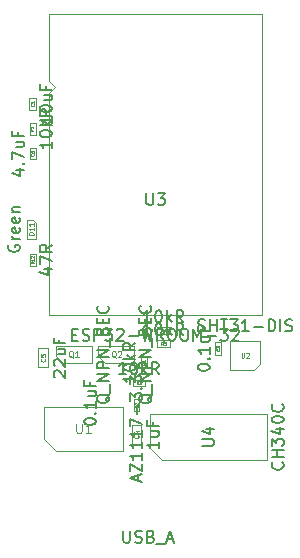
<source format=gbr>
G04 #@! TF.GenerationSoftware,KiCad,Pcbnew,(5.1.9)-1*
G04 #@! TF.CreationDate,2021-06-19T22:19:12+01:00*
G04 #@! TF.ProjectId,temp_sensor,74656d70-5f73-4656-9e73-6f722e6b6963,rev?*
G04 #@! TF.SameCoordinates,Original*
G04 #@! TF.FileFunction,Other,Fab,Top*
%FSLAX46Y46*%
G04 Gerber Fmt 4.6, Leading zero omitted, Abs format (unit mm)*
G04 Created by KiCad (PCBNEW (5.1.9)-1) date 2021-06-19 22:19:12*
%MOMM*%
%LPD*%
G01*
G04 APERTURE LIST*
%ADD10C,0.100000*%
%ADD11C,0.150000*%
%ADD12C,0.040000*%
%ADD13C,0.060000*%
%ADD14C,0.120000*%
%ADD15C,0.075000*%
G04 APERTURE END LIST*
D10*
X60575000Y-62830000D02*
X61625000Y-62830000D01*
X60575000Y-63370000D02*
X60575000Y-62830000D01*
X61625000Y-63370000D02*
X60575000Y-63370000D01*
X61625000Y-62830000D02*
X61625000Y-63370000D01*
X60575000Y-61730000D02*
X61625000Y-61730000D01*
X60575000Y-62270000D02*
X60575000Y-61730000D01*
X61625000Y-62270000D02*
X60575000Y-62270000D01*
X61625000Y-61730000D02*
X61625000Y-62270000D01*
X65430000Y-64025000D02*
X65430000Y-62975000D01*
X65970000Y-64025000D02*
X65430000Y-64025000D01*
X65970000Y-62975000D02*
X65970000Y-64025000D01*
X65430000Y-62975000D02*
X65970000Y-62975000D01*
X51300000Y-63500000D02*
X51300000Y-65100000D01*
X50500000Y-63500000D02*
X51300000Y-63500000D01*
X50500000Y-65100000D02*
X50500000Y-63500000D01*
X51300000Y-65100000D02*
X50500000Y-65100000D01*
X50270000Y-42275000D02*
X50270000Y-43325000D01*
X49730000Y-42275000D02*
X50270000Y-42275000D01*
X49730000Y-43325000D02*
X49730000Y-42275000D01*
X50270000Y-43325000D02*
X49730000Y-43325000D01*
X60925000Y-72950000D02*
X59950000Y-71975000D01*
X69850000Y-72950000D02*
X60925000Y-72950000D01*
X69850000Y-69050000D02*
X69850000Y-72950000D01*
X59950000Y-69050000D02*
X69850000Y-69050000D01*
X59950000Y-71975000D02*
X59950000Y-69050000D01*
X68750000Y-65350000D02*
X66750000Y-65350000D01*
X66750000Y-65350000D02*
X66750000Y-62850000D01*
X66750000Y-62850000D02*
X69250000Y-62850000D01*
X69250000Y-62850000D02*
X69250000Y-64850000D01*
X69250000Y-64850000D02*
X68750000Y-65350000D01*
X50250000Y-55500000D02*
X50250000Y-56500000D01*
X49750000Y-55500000D02*
X50250000Y-55500000D01*
X49750000Y-56500000D02*
X49750000Y-55500000D01*
X50250000Y-56500000D02*
X49750000Y-56500000D01*
X49500000Y-54200000D02*
X50300000Y-54200000D01*
X49500000Y-52600000D02*
X49500000Y-54200000D01*
X50000000Y-52600000D02*
X49500000Y-52600000D01*
X50300000Y-52900000D02*
X50000000Y-52600000D01*
X50300000Y-54200000D02*
X50300000Y-52900000D01*
X51400000Y-41880000D02*
X51900000Y-41380000D01*
X51900000Y-41380000D02*
X51400000Y-40880000D01*
X51400000Y-41880000D02*
X51400000Y-60660000D01*
X51400000Y-35155000D02*
X69400000Y-35155000D01*
X51400000Y-35155000D02*
X51400000Y-40880000D01*
X51400000Y-60660000D02*
X69400000Y-60660000D01*
X69400000Y-60660000D02*
X69400000Y-35155000D01*
X50950000Y-68450000D02*
X57650000Y-68450000D01*
X57650000Y-72150000D02*
X57650000Y-68450000D01*
X50950000Y-71150000D02*
X50950000Y-68450000D01*
X51950000Y-72150000D02*
X57650000Y-72150000D01*
X51950000Y-72150000D02*
X50950000Y-71150000D01*
X50250000Y-44400000D02*
X50250000Y-45400000D01*
X49750000Y-44400000D02*
X50250000Y-44400000D01*
X49750000Y-45400000D02*
X49750000Y-44400000D01*
X50250000Y-45400000D02*
X49750000Y-45400000D01*
X58500000Y-66150000D02*
X59500000Y-66150000D01*
X58500000Y-66650000D02*
X58500000Y-66150000D01*
X59500000Y-66650000D02*
X58500000Y-66650000D01*
X59500000Y-66150000D02*
X59500000Y-66650000D01*
X59150000Y-65200000D02*
X59150000Y-64200000D01*
X59650000Y-65200000D02*
X59150000Y-65200000D01*
X59650000Y-64200000D02*
X59650000Y-65200000D01*
X59150000Y-64200000D02*
X59650000Y-64200000D01*
X58620000Y-64700000D02*
X58620000Y-63300000D01*
X55580000Y-63300000D02*
X58620000Y-63300000D01*
X56150000Y-64700000D02*
X55580000Y-64150000D01*
X55580000Y-64150000D02*
X55580000Y-63300000D01*
X56150000Y-64700000D02*
X58600000Y-64700000D01*
X55020000Y-64700000D02*
X55020000Y-63300000D01*
X51980000Y-63300000D02*
X55020000Y-63300000D01*
X52550000Y-64700000D02*
X51980000Y-64150000D01*
X51980000Y-64150000D02*
X51980000Y-63300000D01*
X52550000Y-64700000D02*
X55000000Y-64700000D01*
X49750000Y-47500000D02*
X49750000Y-46500000D01*
X50250000Y-47500000D02*
X49750000Y-47500000D01*
X50250000Y-46500000D02*
X50250000Y-47500000D01*
X49750000Y-46500000D02*
X50250000Y-46500000D01*
X59200000Y-70000000D02*
X59200000Y-71600000D01*
X58400000Y-70000000D02*
X59200000Y-70000000D01*
X58400000Y-71600000D02*
X58400000Y-70000000D01*
X59200000Y-71600000D02*
X58400000Y-71600000D01*
X58550000Y-68800000D02*
X58550000Y-67800000D01*
X59050000Y-68800000D02*
X58550000Y-68800000D01*
X59050000Y-67800000D02*
X59050000Y-68800000D01*
X58550000Y-67800000D02*
X59050000Y-67800000D01*
D11*
X60004761Y-62382380D02*
X59433333Y-62382380D01*
X59719047Y-62382380D02*
X59719047Y-61382380D01*
X59623809Y-61525238D01*
X59528571Y-61620476D01*
X59433333Y-61668095D01*
X60623809Y-61382380D02*
X60719047Y-61382380D01*
X60814285Y-61430000D01*
X60861904Y-61477619D01*
X60909523Y-61572857D01*
X60957142Y-61763333D01*
X60957142Y-62001428D01*
X60909523Y-62191904D01*
X60861904Y-62287142D01*
X60814285Y-62334761D01*
X60719047Y-62382380D01*
X60623809Y-62382380D01*
X60528571Y-62334761D01*
X60480952Y-62287142D01*
X60433333Y-62191904D01*
X60385714Y-62001428D01*
X60385714Y-61763333D01*
X60433333Y-61572857D01*
X60480952Y-61477619D01*
X60528571Y-61430000D01*
X60623809Y-61382380D01*
X61385714Y-62382380D02*
X61385714Y-61382380D01*
X61480952Y-62001428D02*
X61766666Y-62382380D01*
X61766666Y-61715714D02*
X61385714Y-62096666D01*
X62766666Y-62382380D02*
X62433333Y-61906190D01*
X62195238Y-62382380D02*
X62195238Y-61382380D01*
X62576190Y-61382380D01*
X62671428Y-61430000D01*
X62719047Y-61477619D01*
X62766666Y-61572857D01*
X62766666Y-61715714D01*
X62719047Y-61810952D01*
X62671428Y-61858571D01*
X62576190Y-61906190D01*
X62195238Y-61906190D01*
D12*
X61056666Y-63217619D02*
X60970000Y-63093809D01*
X60908095Y-63217619D02*
X60908095Y-62957619D01*
X61007142Y-62957619D01*
X61031904Y-62970000D01*
X61044285Y-62982380D01*
X61056666Y-63007142D01*
X61056666Y-63044285D01*
X61044285Y-63069047D01*
X61031904Y-63081428D01*
X61007142Y-63093809D01*
X60908095Y-63093809D01*
X61291904Y-62957619D02*
X61168095Y-62957619D01*
X61155714Y-63081428D01*
X61168095Y-63069047D01*
X61192857Y-63056666D01*
X61254761Y-63056666D01*
X61279523Y-63069047D01*
X61291904Y-63081428D01*
X61304285Y-63106190D01*
X61304285Y-63168095D01*
X61291904Y-63192857D01*
X61279523Y-63205238D01*
X61254761Y-63217619D01*
X61192857Y-63217619D01*
X61168095Y-63205238D01*
X61155714Y-63192857D01*
D11*
X60004761Y-61282380D02*
X59433333Y-61282380D01*
X59719047Y-61282380D02*
X59719047Y-60282380D01*
X59623809Y-60425238D01*
X59528571Y-60520476D01*
X59433333Y-60568095D01*
X60623809Y-60282380D02*
X60719047Y-60282380D01*
X60814285Y-60330000D01*
X60861904Y-60377619D01*
X60909523Y-60472857D01*
X60957142Y-60663333D01*
X60957142Y-60901428D01*
X60909523Y-61091904D01*
X60861904Y-61187142D01*
X60814285Y-61234761D01*
X60719047Y-61282380D01*
X60623809Y-61282380D01*
X60528571Y-61234761D01*
X60480952Y-61187142D01*
X60433333Y-61091904D01*
X60385714Y-60901428D01*
X60385714Y-60663333D01*
X60433333Y-60472857D01*
X60480952Y-60377619D01*
X60528571Y-60330000D01*
X60623809Y-60282380D01*
X61385714Y-61282380D02*
X61385714Y-60282380D01*
X61480952Y-60901428D02*
X61766666Y-61282380D01*
X61766666Y-60615714D02*
X61385714Y-60996666D01*
X62766666Y-61282380D02*
X62433333Y-60806190D01*
X62195238Y-61282380D02*
X62195238Y-60282380D01*
X62576190Y-60282380D01*
X62671428Y-60330000D01*
X62719047Y-60377619D01*
X62766666Y-60472857D01*
X62766666Y-60615714D01*
X62719047Y-60710952D01*
X62671428Y-60758571D01*
X62576190Y-60806190D01*
X62195238Y-60806190D01*
D12*
X61056666Y-62117619D02*
X60970000Y-61993809D01*
X60908095Y-62117619D02*
X60908095Y-61857619D01*
X61007142Y-61857619D01*
X61031904Y-61870000D01*
X61044285Y-61882380D01*
X61056666Y-61907142D01*
X61056666Y-61944285D01*
X61044285Y-61969047D01*
X61031904Y-61981428D01*
X61007142Y-61993809D01*
X60908095Y-61993809D01*
X61279523Y-61944285D02*
X61279523Y-62117619D01*
X61217619Y-61845238D02*
X61155714Y-62030952D01*
X61316666Y-62030952D01*
D11*
X63982380Y-65142857D02*
X63982380Y-65047619D01*
X64030000Y-64952380D01*
X64077619Y-64904761D01*
X64172857Y-64857142D01*
X64363333Y-64809523D01*
X64601428Y-64809523D01*
X64791904Y-64857142D01*
X64887142Y-64904761D01*
X64934761Y-64952380D01*
X64982380Y-65047619D01*
X64982380Y-65142857D01*
X64934761Y-65238095D01*
X64887142Y-65285714D01*
X64791904Y-65333333D01*
X64601428Y-65380952D01*
X64363333Y-65380952D01*
X64172857Y-65333333D01*
X64077619Y-65285714D01*
X64030000Y-65238095D01*
X63982380Y-65142857D01*
X64887142Y-64380952D02*
X64934761Y-64333333D01*
X64982380Y-64380952D01*
X64934761Y-64428571D01*
X64887142Y-64380952D01*
X64982380Y-64380952D01*
X64982380Y-63380952D02*
X64982380Y-63952380D01*
X64982380Y-63666666D02*
X63982380Y-63666666D01*
X64125238Y-63761904D01*
X64220476Y-63857142D01*
X64268095Y-63952380D01*
X64315714Y-62523809D02*
X64982380Y-62523809D01*
X64315714Y-62952380D02*
X64839523Y-62952380D01*
X64934761Y-62904761D01*
X64982380Y-62809523D01*
X64982380Y-62666666D01*
X64934761Y-62571428D01*
X64887142Y-62523809D01*
X64458571Y-61714285D02*
X64458571Y-62047619D01*
X64982380Y-62047619D02*
X63982380Y-62047619D01*
X63982380Y-61571428D01*
D12*
X65792857Y-63543333D02*
X65805238Y-63555714D01*
X65817619Y-63592857D01*
X65817619Y-63617619D01*
X65805238Y-63654761D01*
X65780476Y-63679523D01*
X65755714Y-63691904D01*
X65706190Y-63704285D01*
X65669047Y-63704285D01*
X65619523Y-63691904D01*
X65594761Y-63679523D01*
X65570000Y-63654761D01*
X65557619Y-63617619D01*
X65557619Y-63592857D01*
X65570000Y-63555714D01*
X65582380Y-63543333D01*
X65557619Y-63456666D02*
X65557619Y-63295714D01*
X65656666Y-63382380D01*
X65656666Y-63345238D01*
X65669047Y-63320476D01*
X65681428Y-63308095D01*
X65706190Y-63295714D01*
X65768095Y-63295714D01*
X65792857Y-63308095D01*
X65805238Y-63320476D01*
X65817619Y-63345238D01*
X65817619Y-63419523D01*
X65805238Y-63444285D01*
X65792857Y-63456666D01*
D11*
X51877619Y-65942857D02*
X51830000Y-65895238D01*
X51782380Y-65800000D01*
X51782380Y-65561904D01*
X51830000Y-65466666D01*
X51877619Y-65419047D01*
X51972857Y-65371428D01*
X52068095Y-65371428D01*
X52210952Y-65419047D01*
X52782380Y-65990476D01*
X52782380Y-65371428D01*
X51877619Y-64990476D02*
X51830000Y-64942857D01*
X51782380Y-64847619D01*
X51782380Y-64609523D01*
X51830000Y-64514285D01*
X51877619Y-64466666D01*
X51972857Y-64419047D01*
X52068095Y-64419047D01*
X52210952Y-64466666D01*
X52782380Y-65038095D01*
X52782380Y-64419047D01*
X52115714Y-63561904D02*
X52782380Y-63561904D01*
X52115714Y-63990476D02*
X52639523Y-63990476D01*
X52734761Y-63942857D01*
X52782380Y-63847619D01*
X52782380Y-63704761D01*
X52734761Y-63609523D01*
X52687142Y-63561904D01*
X52258571Y-62752380D02*
X52258571Y-63085714D01*
X52782380Y-63085714D02*
X51782380Y-63085714D01*
X51782380Y-62609523D01*
D13*
X51042857Y-64366666D02*
X51061904Y-64385714D01*
X51080952Y-64442857D01*
X51080952Y-64480952D01*
X51061904Y-64538095D01*
X51023809Y-64576190D01*
X50985714Y-64595238D01*
X50909523Y-64614285D01*
X50852380Y-64614285D01*
X50776190Y-64595238D01*
X50738095Y-64576190D01*
X50700000Y-64538095D01*
X50680952Y-64480952D01*
X50680952Y-64442857D01*
X50700000Y-64385714D01*
X50719047Y-64366666D01*
X50680952Y-64004761D02*
X50680952Y-64195238D01*
X50871428Y-64214285D01*
X50852380Y-64195238D01*
X50833333Y-64157142D01*
X50833333Y-64061904D01*
X50852380Y-64023809D01*
X50871428Y-64004761D01*
X50909523Y-63985714D01*
X51004761Y-63985714D01*
X51042857Y-64004761D01*
X51061904Y-64023809D01*
X51080952Y-64061904D01*
X51080952Y-64157142D01*
X51061904Y-64195238D01*
X51042857Y-64214285D01*
D11*
X51622380Y-43871428D02*
X51622380Y-44442857D01*
X51622380Y-44157142D02*
X50622380Y-44157142D01*
X50765238Y-44252380D01*
X50860476Y-44347619D01*
X50908095Y-44442857D01*
X50622380Y-43252380D02*
X50622380Y-43157142D01*
X50670000Y-43061904D01*
X50717619Y-43014285D01*
X50812857Y-42966666D01*
X51003333Y-42919047D01*
X51241428Y-42919047D01*
X51431904Y-42966666D01*
X51527142Y-43014285D01*
X51574761Y-43061904D01*
X51622380Y-43157142D01*
X51622380Y-43252380D01*
X51574761Y-43347619D01*
X51527142Y-43395238D01*
X51431904Y-43442857D01*
X51241428Y-43490476D01*
X51003333Y-43490476D01*
X50812857Y-43442857D01*
X50717619Y-43395238D01*
X50670000Y-43347619D01*
X50622380Y-43252380D01*
X50955714Y-42061904D02*
X51622380Y-42061904D01*
X50955714Y-42490476D02*
X51479523Y-42490476D01*
X51574761Y-42442857D01*
X51622380Y-42347619D01*
X51622380Y-42204761D01*
X51574761Y-42109523D01*
X51527142Y-42061904D01*
X51098571Y-41252380D02*
X51098571Y-41585714D01*
X51622380Y-41585714D02*
X50622380Y-41585714D01*
X50622380Y-41109523D01*
D12*
X50092857Y-42843333D02*
X50105238Y-42855714D01*
X50117619Y-42892857D01*
X50117619Y-42917619D01*
X50105238Y-42954761D01*
X50080476Y-42979523D01*
X50055714Y-42991904D01*
X50006190Y-43004285D01*
X49969047Y-43004285D01*
X49919523Y-42991904D01*
X49894761Y-42979523D01*
X49870000Y-42954761D01*
X49857619Y-42917619D01*
X49857619Y-42892857D01*
X49870000Y-42855714D01*
X49882380Y-42843333D01*
X50117619Y-42595714D02*
X50117619Y-42744285D01*
X50117619Y-42670000D02*
X49857619Y-42670000D01*
X49894761Y-42694761D01*
X49919523Y-42719523D01*
X49931904Y-42744285D01*
D11*
X71157142Y-73142857D02*
X71204761Y-73190476D01*
X71252380Y-73333333D01*
X71252380Y-73428571D01*
X71204761Y-73571428D01*
X71109523Y-73666666D01*
X71014285Y-73714285D01*
X70823809Y-73761904D01*
X70680952Y-73761904D01*
X70490476Y-73714285D01*
X70395238Y-73666666D01*
X70300000Y-73571428D01*
X70252380Y-73428571D01*
X70252380Y-73333333D01*
X70300000Y-73190476D01*
X70347619Y-73142857D01*
X71252380Y-72714285D02*
X70252380Y-72714285D01*
X70728571Y-72714285D02*
X70728571Y-72142857D01*
X71252380Y-72142857D02*
X70252380Y-72142857D01*
X70252380Y-71761904D02*
X70252380Y-71142857D01*
X70633333Y-71476190D01*
X70633333Y-71333333D01*
X70680952Y-71238095D01*
X70728571Y-71190476D01*
X70823809Y-71142857D01*
X71061904Y-71142857D01*
X71157142Y-71190476D01*
X71204761Y-71238095D01*
X71252380Y-71333333D01*
X71252380Y-71619047D01*
X71204761Y-71714285D01*
X71157142Y-71761904D01*
X70585714Y-70285714D02*
X71252380Y-70285714D01*
X70204761Y-70523809D02*
X70919047Y-70761904D01*
X70919047Y-70142857D01*
X70252380Y-69571428D02*
X70252380Y-69476190D01*
X70300000Y-69380952D01*
X70347619Y-69333333D01*
X70442857Y-69285714D01*
X70633333Y-69238095D01*
X70871428Y-69238095D01*
X71061904Y-69285714D01*
X71157142Y-69333333D01*
X71204761Y-69380952D01*
X71252380Y-69476190D01*
X71252380Y-69571428D01*
X71204761Y-69666666D01*
X71157142Y-69714285D01*
X71061904Y-69761904D01*
X70871428Y-69809523D01*
X70633333Y-69809523D01*
X70442857Y-69761904D01*
X70347619Y-69714285D01*
X70300000Y-69666666D01*
X70252380Y-69571428D01*
X71157142Y-68238095D02*
X71204761Y-68285714D01*
X71252380Y-68428571D01*
X71252380Y-68523809D01*
X71204761Y-68666666D01*
X71109523Y-68761904D01*
X71014285Y-68809523D01*
X70823809Y-68857142D01*
X70680952Y-68857142D01*
X70490476Y-68809523D01*
X70395238Y-68761904D01*
X70300000Y-68666666D01*
X70252380Y-68523809D01*
X70252380Y-68428571D01*
X70300000Y-68285714D01*
X70347619Y-68238095D01*
X64363333Y-71746666D02*
X65156666Y-71746666D01*
X65250000Y-71700000D01*
X65296666Y-71653333D01*
X65343333Y-71560000D01*
X65343333Y-71373333D01*
X65296666Y-71280000D01*
X65250000Y-71233333D01*
X65156666Y-71186666D01*
X64363333Y-71186666D01*
X64690000Y-70300000D02*
X65343333Y-70300000D01*
X64316666Y-70533333D02*
X65016666Y-70766666D01*
X65016666Y-70160000D01*
X57678571Y-78952380D02*
X57678571Y-79761904D01*
X57726190Y-79857142D01*
X57773809Y-79904761D01*
X57869047Y-79952380D01*
X58059523Y-79952380D01*
X58154761Y-79904761D01*
X58202380Y-79857142D01*
X58250000Y-79761904D01*
X58250000Y-78952380D01*
X58678571Y-79904761D02*
X58821428Y-79952380D01*
X59059523Y-79952380D01*
X59154761Y-79904761D01*
X59202380Y-79857142D01*
X59250000Y-79761904D01*
X59250000Y-79666666D01*
X59202380Y-79571428D01*
X59154761Y-79523809D01*
X59059523Y-79476190D01*
X58869047Y-79428571D01*
X58773809Y-79380952D01*
X58726190Y-79333333D01*
X58678571Y-79238095D01*
X58678571Y-79142857D01*
X58726190Y-79047619D01*
X58773809Y-79000000D01*
X58869047Y-78952380D01*
X59107142Y-78952380D01*
X59250000Y-79000000D01*
X60011904Y-79428571D02*
X60154761Y-79476190D01*
X60202380Y-79523809D01*
X60250000Y-79619047D01*
X60250000Y-79761904D01*
X60202380Y-79857142D01*
X60154761Y-79904761D01*
X60059523Y-79952380D01*
X59678571Y-79952380D01*
X59678571Y-78952380D01*
X60011904Y-78952380D01*
X60107142Y-79000000D01*
X60154761Y-79047619D01*
X60202380Y-79142857D01*
X60202380Y-79238095D01*
X60154761Y-79333333D01*
X60107142Y-79380952D01*
X60011904Y-79428571D01*
X59678571Y-79428571D01*
X60440476Y-80047619D02*
X61202380Y-80047619D01*
X61392857Y-79666666D02*
X61869047Y-79666666D01*
X61297619Y-79952380D02*
X61630952Y-78952380D01*
X61964285Y-79952380D01*
X64023809Y-62004761D02*
X64166666Y-62052380D01*
X64404761Y-62052380D01*
X64500000Y-62004761D01*
X64547619Y-61957142D01*
X64595238Y-61861904D01*
X64595238Y-61766666D01*
X64547619Y-61671428D01*
X64500000Y-61623809D01*
X64404761Y-61576190D01*
X64214285Y-61528571D01*
X64119047Y-61480952D01*
X64071428Y-61433333D01*
X64023809Y-61338095D01*
X64023809Y-61242857D01*
X64071428Y-61147619D01*
X64119047Y-61100000D01*
X64214285Y-61052380D01*
X64452380Y-61052380D01*
X64595238Y-61100000D01*
X65023809Y-62052380D02*
X65023809Y-61052380D01*
X65023809Y-61528571D02*
X65595238Y-61528571D01*
X65595238Y-62052380D02*
X65595238Y-61052380D01*
X65928571Y-61052380D02*
X66500000Y-61052380D01*
X66214285Y-62052380D02*
X66214285Y-61052380D01*
X66738095Y-61052380D02*
X67357142Y-61052380D01*
X67023809Y-61433333D01*
X67166666Y-61433333D01*
X67261904Y-61480952D01*
X67309523Y-61528571D01*
X67357142Y-61623809D01*
X67357142Y-61861904D01*
X67309523Y-61957142D01*
X67261904Y-62004761D01*
X67166666Y-62052380D01*
X66880952Y-62052380D01*
X66785714Y-62004761D01*
X66738095Y-61957142D01*
X68309523Y-62052380D02*
X67738095Y-62052380D01*
X68023809Y-62052380D02*
X68023809Y-61052380D01*
X67928571Y-61195238D01*
X67833333Y-61290476D01*
X67738095Y-61338095D01*
X68738095Y-61671428D02*
X69500000Y-61671428D01*
X69976190Y-62052380D02*
X69976190Y-61052380D01*
X70214285Y-61052380D01*
X70357142Y-61100000D01*
X70452380Y-61195238D01*
X70500000Y-61290476D01*
X70547619Y-61480952D01*
X70547619Y-61623809D01*
X70500000Y-61814285D01*
X70452380Y-61909523D01*
X70357142Y-62004761D01*
X70214285Y-62052380D01*
X69976190Y-62052380D01*
X70976190Y-62052380D02*
X70976190Y-61052380D01*
X71404761Y-62004761D02*
X71547619Y-62052380D01*
X71785714Y-62052380D01*
X71880952Y-62004761D01*
X71928571Y-61957142D01*
X71976190Y-61861904D01*
X71976190Y-61766666D01*
X71928571Y-61671428D01*
X71880952Y-61623809D01*
X71785714Y-61576190D01*
X71595238Y-61528571D01*
X71500000Y-61480952D01*
X71452380Y-61433333D01*
X71404761Y-61338095D01*
X71404761Y-61242857D01*
X71452380Y-61147619D01*
X71500000Y-61100000D01*
X71595238Y-61052380D01*
X71833333Y-61052380D01*
X71976190Y-61100000D01*
D13*
X67695238Y-63880952D02*
X67695238Y-64204761D01*
X67714285Y-64242857D01*
X67733333Y-64261904D01*
X67771428Y-64280952D01*
X67847619Y-64280952D01*
X67885714Y-64261904D01*
X67904761Y-64242857D01*
X67923809Y-64204761D01*
X67923809Y-63880952D01*
X68095238Y-63919047D02*
X68114285Y-63900000D01*
X68152380Y-63880952D01*
X68247619Y-63880952D01*
X68285714Y-63900000D01*
X68304761Y-63919047D01*
X68323809Y-63957142D01*
X68323809Y-63995238D01*
X68304761Y-64052380D01*
X68076190Y-64280952D01*
X68323809Y-64280952D01*
D11*
X50955714Y-56785714D02*
X51622380Y-56785714D01*
X50574761Y-57023809D02*
X51289047Y-57261904D01*
X51289047Y-56642857D01*
X50622380Y-56357142D02*
X50622380Y-55690476D01*
X51622380Y-56119047D01*
X51622380Y-54738095D02*
X51146190Y-55071428D01*
X51622380Y-55309523D02*
X50622380Y-55309523D01*
X50622380Y-54928571D01*
X50670000Y-54833333D01*
X50717619Y-54785714D01*
X50812857Y-54738095D01*
X50955714Y-54738095D01*
X51050952Y-54785714D01*
X51098571Y-54833333D01*
X51146190Y-54928571D01*
X51146190Y-55309523D01*
D12*
X50113095Y-56160714D02*
X49994047Y-56244047D01*
X50113095Y-56303571D02*
X49863095Y-56303571D01*
X49863095Y-56208333D01*
X49875000Y-56184523D01*
X49886904Y-56172619D01*
X49910714Y-56160714D01*
X49946428Y-56160714D01*
X49970238Y-56172619D01*
X49982142Y-56184523D01*
X49994047Y-56208333D01*
X49994047Y-56303571D01*
X50113095Y-55922619D02*
X50113095Y-56065476D01*
X50113095Y-55994047D02*
X49863095Y-55994047D01*
X49898809Y-56017857D01*
X49922619Y-56041666D01*
X49934523Y-56065476D01*
X49886904Y-55827380D02*
X49875000Y-55815476D01*
X49863095Y-55791666D01*
X49863095Y-55732142D01*
X49875000Y-55708333D01*
X49886904Y-55696428D01*
X49910714Y-55684523D01*
X49934523Y-55684523D01*
X49970238Y-55696428D01*
X50113095Y-55839285D01*
X50113095Y-55684523D01*
D11*
X47970000Y-54757142D02*
X47922380Y-54852380D01*
X47922380Y-54995238D01*
X47970000Y-55138095D01*
X48065238Y-55233333D01*
X48160476Y-55280952D01*
X48350952Y-55328571D01*
X48493809Y-55328571D01*
X48684285Y-55280952D01*
X48779523Y-55233333D01*
X48874761Y-55138095D01*
X48922380Y-54995238D01*
X48922380Y-54900000D01*
X48874761Y-54757142D01*
X48827142Y-54709523D01*
X48493809Y-54709523D01*
X48493809Y-54900000D01*
X48922380Y-54280952D02*
X48255714Y-54280952D01*
X48446190Y-54280952D02*
X48350952Y-54233333D01*
X48303333Y-54185714D01*
X48255714Y-54090476D01*
X48255714Y-53995238D01*
X48874761Y-53280952D02*
X48922380Y-53376190D01*
X48922380Y-53566666D01*
X48874761Y-53661904D01*
X48779523Y-53709523D01*
X48398571Y-53709523D01*
X48303333Y-53661904D01*
X48255714Y-53566666D01*
X48255714Y-53376190D01*
X48303333Y-53280952D01*
X48398571Y-53233333D01*
X48493809Y-53233333D01*
X48589047Y-53709523D01*
X48874761Y-52423809D02*
X48922380Y-52519047D01*
X48922380Y-52709523D01*
X48874761Y-52804761D01*
X48779523Y-52852380D01*
X48398571Y-52852380D01*
X48303333Y-52804761D01*
X48255714Y-52709523D01*
X48255714Y-52519047D01*
X48303333Y-52423809D01*
X48398571Y-52376190D01*
X48493809Y-52376190D01*
X48589047Y-52852380D01*
X48255714Y-51947619D02*
X48922380Y-51947619D01*
X48350952Y-51947619D02*
X48303333Y-51900000D01*
X48255714Y-51804761D01*
X48255714Y-51661904D01*
X48303333Y-51566666D01*
X48398571Y-51519047D01*
X48922380Y-51519047D01*
D13*
X50080952Y-53885714D02*
X49680952Y-53885714D01*
X49680952Y-53790476D01*
X49700000Y-53733333D01*
X49738095Y-53695238D01*
X49776190Y-53676190D01*
X49852380Y-53657142D01*
X49909523Y-53657142D01*
X49985714Y-53676190D01*
X50023809Y-53695238D01*
X50061904Y-53733333D01*
X50080952Y-53790476D01*
X50080952Y-53885714D01*
X50080952Y-53276190D02*
X50080952Y-53504761D01*
X50080952Y-53390476D02*
X49680952Y-53390476D01*
X49738095Y-53428571D01*
X49776190Y-53466666D01*
X49795238Y-53504761D01*
X50080952Y-52895238D02*
X50080952Y-53123809D01*
X50080952Y-53009523D02*
X49680952Y-53009523D01*
X49738095Y-53047619D01*
X49776190Y-53085714D01*
X49795238Y-53123809D01*
D11*
X53376190Y-62328571D02*
X53709523Y-62328571D01*
X53852380Y-62852380D02*
X53376190Y-62852380D01*
X53376190Y-61852380D01*
X53852380Y-61852380D01*
X54233333Y-62804761D02*
X54376190Y-62852380D01*
X54614285Y-62852380D01*
X54709523Y-62804761D01*
X54757142Y-62757142D01*
X54804761Y-62661904D01*
X54804761Y-62566666D01*
X54757142Y-62471428D01*
X54709523Y-62423809D01*
X54614285Y-62376190D01*
X54423809Y-62328571D01*
X54328571Y-62280952D01*
X54280952Y-62233333D01*
X54233333Y-62138095D01*
X54233333Y-62042857D01*
X54280952Y-61947619D01*
X54328571Y-61900000D01*
X54423809Y-61852380D01*
X54661904Y-61852380D01*
X54804761Y-61900000D01*
X55233333Y-62852380D02*
X55233333Y-61852380D01*
X55614285Y-61852380D01*
X55709523Y-61900000D01*
X55757142Y-61947619D01*
X55804761Y-62042857D01*
X55804761Y-62185714D01*
X55757142Y-62280952D01*
X55709523Y-62328571D01*
X55614285Y-62376190D01*
X55233333Y-62376190D01*
X56138095Y-61852380D02*
X56757142Y-61852380D01*
X56423809Y-62233333D01*
X56566666Y-62233333D01*
X56661904Y-62280952D01*
X56709523Y-62328571D01*
X56757142Y-62423809D01*
X56757142Y-62661904D01*
X56709523Y-62757142D01*
X56661904Y-62804761D01*
X56566666Y-62852380D01*
X56280952Y-62852380D01*
X56185714Y-62804761D01*
X56138095Y-62757142D01*
X57138095Y-61947619D02*
X57185714Y-61900000D01*
X57280952Y-61852380D01*
X57519047Y-61852380D01*
X57614285Y-61900000D01*
X57661904Y-61947619D01*
X57709523Y-62042857D01*
X57709523Y-62138095D01*
X57661904Y-62280952D01*
X57090476Y-62852380D01*
X57709523Y-62852380D01*
X58138095Y-62471428D02*
X58900000Y-62471428D01*
X59280952Y-61852380D02*
X59519047Y-62852380D01*
X59709523Y-62138095D01*
X59900000Y-62852380D01*
X60138095Y-61852380D01*
X61090476Y-62852380D02*
X60757142Y-62376190D01*
X60519047Y-62852380D02*
X60519047Y-61852380D01*
X60900000Y-61852380D01*
X60995238Y-61900000D01*
X61042857Y-61947619D01*
X61090476Y-62042857D01*
X61090476Y-62185714D01*
X61042857Y-62280952D01*
X60995238Y-62328571D01*
X60900000Y-62376190D01*
X60519047Y-62376190D01*
X61709523Y-61852380D02*
X61900000Y-61852380D01*
X61995238Y-61900000D01*
X62090476Y-61995238D01*
X62138095Y-62185714D01*
X62138095Y-62519047D01*
X62090476Y-62709523D01*
X61995238Y-62804761D01*
X61900000Y-62852380D01*
X61709523Y-62852380D01*
X61614285Y-62804761D01*
X61519047Y-62709523D01*
X61471428Y-62519047D01*
X61471428Y-62185714D01*
X61519047Y-61995238D01*
X61614285Y-61900000D01*
X61709523Y-61852380D01*
X62757142Y-61852380D02*
X62947619Y-61852380D01*
X63042857Y-61900000D01*
X63138095Y-61995238D01*
X63185714Y-62185714D01*
X63185714Y-62519047D01*
X63138095Y-62709523D01*
X63042857Y-62804761D01*
X62947619Y-62852380D01*
X62757142Y-62852380D01*
X62661904Y-62804761D01*
X62566666Y-62709523D01*
X62519047Y-62519047D01*
X62519047Y-62185714D01*
X62566666Y-61995238D01*
X62661904Y-61900000D01*
X62757142Y-61852380D01*
X63614285Y-62852380D02*
X63614285Y-61852380D01*
X63947619Y-62566666D01*
X64280952Y-61852380D01*
X64280952Y-62852380D01*
X64757142Y-62471428D02*
X65519047Y-62471428D01*
X65900000Y-61852380D02*
X66519047Y-61852380D01*
X66185714Y-62233333D01*
X66328571Y-62233333D01*
X66423809Y-62280952D01*
X66471428Y-62328571D01*
X66519047Y-62423809D01*
X66519047Y-62661904D01*
X66471428Y-62757142D01*
X66423809Y-62804761D01*
X66328571Y-62852380D01*
X66042857Y-62852380D01*
X65947619Y-62804761D01*
X65900000Y-62757142D01*
X66900000Y-61947619D02*
X66947619Y-61900000D01*
X67042857Y-61852380D01*
X67280952Y-61852380D01*
X67376190Y-61900000D01*
X67423809Y-61947619D01*
X67471428Y-62042857D01*
X67471428Y-62138095D01*
X67423809Y-62280952D01*
X66852380Y-62852380D01*
X67471428Y-62852380D01*
X59638095Y-50352380D02*
X59638095Y-51161904D01*
X59685714Y-51257142D01*
X59733333Y-51304761D01*
X59828571Y-51352380D01*
X60019047Y-51352380D01*
X60114285Y-51304761D01*
X60161904Y-51257142D01*
X60209523Y-51161904D01*
X60209523Y-50352380D01*
X60590476Y-50352380D02*
X61209523Y-50352380D01*
X60876190Y-50733333D01*
X61019047Y-50733333D01*
X61114285Y-50780952D01*
X61161904Y-50828571D01*
X61209523Y-50923809D01*
X61209523Y-51161904D01*
X61161904Y-51257142D01*
X61114285Y-51304761D01*
X61019047Y-51352380D01*
X60733333Y-51352380D01*
X60638095Y-51304761D01*
X60590476Y-51257142D01*
X58966666Y-74728571D02*
X58966666Y-74252380D01*
X59252380Y-74823809D02*
X58252380Y-74490476D01*
X59252380Y-74157142D01*
X58252380Y-73919047D02*
X58252380Y-73252380D01*
X59252380Y-73919047D01*
X59252380Y-73252380D01*
X59252380Y-72347619D02*
X59252380Y-72919047D01*
X59252380Y-72633333D02*
X58252380Y-72633333D01*
X58395238Y-72728571D01*
X58490476Y-72823809D01*
X58538095Y-72919047D01*
X59252380Y-71395238D02*
X59252380Y-71966666D01*
X59252380Y-71680952D02*
X58252380Y-71680952D01*
X58395238Y-71776190D01*
X58490476Y-71871428D01*
X58538095Y-71966666D01*
X59252380Y-70442857D02*
X59252380Y-71014285D01*
X59252380Y-70728571D02*
X58252380Y-70728571D01*
X58395238Y-70823809D01*
X58490476Y-70919047D01*
X58538095Y-71014285D01*
X58252380Y-70109523D02*
X58252380Y-69442857D01*
X59252380Y-69871428D01*
X58871428Y-69061904D02*
X58871428Y-68300000D01*
X58252380Y-67919047D02*
X58252380Y-67300000D01*
X58633333Y-67633333D01*
X58633333Y-67490476D01*
X58680952Y-67395238D01*
X58728571Y-67347619D01*
X58823809Y-67300000D01*
X59061904Y-67300000D01*
X59157142Y-67347619D01*
X59204761Y-67395238D01*
X59252380Y-67490476D01*
X59252380Y-67776190D01*
X59204761Y-67871428D01*
X59157142Y-67919047D01*
X59157142Y-66871428D02*
X59204761Y-66823809D01*
X59252380Y-66871428D01*
X59204761Y-66919047D01*
X59157142Y-66871428D01*
X59252380Y-66871428D01*
X58252380Y-66490476D02*
X58252380Y-65871428D01*
X58633333Y-66204761D01*
X58633333Y-66061904D01*
X58680952Y-65966666D01*
X58728571Y-65919047D01*
X58823809Y-65871428D01*
X59061904Y-65871428D01*
X59157142Y-65919047D01*
X59204761Y-65966666D01*
X59252380Y-66061904D01*
X59252380Y-66347619D01*
X59204761Y-66442857D01*
X59157142Y-66490476D01*
D14*
X53690476Y-69861904D02*
X53690476Y-70509523D01*
X53728571Y-70585714D01*
X53766666Y-70623809D01*
X53842857Y-70661904D01*
X53995238Y-70661904D01*
X54071428Y-70623809D01*
X54109523Y-70585714D01*
X54147619Y-70509523D01*
X54147619Y-69861904D01*
X54947619Y-70661904D02*
X54490476Y-70661904D01*
X54719047Y-70661904D02*
X54719047Y-69861904D01*
X54642857Y-69976190D01*
X54566666Y-70052380D01*
X54490476Y-70090476D01*
D11*
X51622380Y-45995238D02*
X51622380Y-46566666D01*
X51622380Y-46280952D02*
X50622380Y-46280952D01*
X50765238Y-46376190D01*
X50860476Y-46471428D01*
X50908095Y-46566666D01*
X50622380Y-45376190D02*
X50622380Y-45280952D01*
X50670000Y-45185714D01*
X50717619Y-45138095D01*
X50812857Y-45090476D01*
X51003333Y-45042857D01*
X51241428Y-45042857D01*
X51431904Y-45090476D01*
X51527142Y-45138095D01*
X51574761Y-45185714D01*
X51622380Y-45280952D01*
X51622380Y-45376190D01*
X51574761Y-45471428D01*
X51527142Y-45519047D01*
X51431904Y-45566666D01*
X51241428Y-45614285D01*
X51003333Y-45614285D01*
X50812857Y-45566666D01*
X50717619Y-45519047D01*
X50670000Y-45471428D01*
X50622380Y-45376190D01*
X51622380Y-44614285D02*
X50622380Y-44614285D01*
X51241428Y-44519047D02*
X51622380Y-44233333D01*
X50955714Y-44233333D02*
X51336666Y-44614285D01*
X51622380Y-43233333D02*
X51146190Y-43566666D01*
X51622380Y-43804761D02*
X50622380Y-43804761D01*
X50622380Y-43423809D01*
X50670000Y-43328571D01*
X50717619Y-43280952D01*
X50812857Y-43233333D01*
X50955714Y-43233333D01*
X51050952Y-43280952D01*
X51098571Y-43328571D01*
X51146190Y-43423809D01*
X51146190Y-43804761D01*
D12*
X50043095Y-44965666D02*
X49924047Y-45049000D01*
X50043095Y-45108523D02*
X49793095Y-45108523D01*
X49793095Y-45013285D01*
X49805000Y-44989476D01*
X49816904Y-44977571D01*
X49840714Y-44965666D01*
X49876428Y-44965666D01*
X49900238Y-44977571D01*
X49912142Y-44989476D01*
X49924047Y-45013285D01*
X49924047Y-45108523D01*
X49793095Y-44882333D02*
X49793095Y-44727571D01*
X49888333Y-44810904D01*
X49888333Y-44775190D01*
X49900238Y-44751380D01*
X49912142Y-44739476D01*
X49935952Y-44727571D01*
X49995476Y-44727571D01*
X50019285Y-44739476D01*
X50031190Y-44751380D01*
X50043095Y-44775190D01*
X50043095Y-44846619D01*
X50031190Y-44870428D01*
X50019285Y-44882333D01*
D11*
X57904761Y-65682380D02*
X57333333Y-65682380D01*
X57619047Y-65682380D02*
X57619047Y-64682380D01*
X57523809Y-64825238D01*
X57428571Y-64920476D01*
X57333333Y-64968095D01*
X58523809Y-64682380D02*
X58619047Y-64682380D01*
X58714285Y-64730000D01*
X58761904Y-64777619D01*
X58809523Y-64872857D01*
X58857142Y-65063333D01*
X58857142Y-65301428D01*
X58809523Y-65491904D01*
X58761904Y-65587142D01*
X58714285Y-65634761D01*
X58619047Y-65682380D01*
X58523809Y-65682380D01*
X58428571Y-65634761D01*
X58380952Y-65587142D01*
X58333333Y-65491904D01*
X58285714Y-65301428D01*
X58285714Y-65063333D01*
X58333333Y-64872857D01*
X58380952Y-64777619D01*
X58428571Y-64730000D01*
X58523809Y-64682380D01*
X59285714Y-65682380D02*
X59285714Y-64682380D01*
X59380952Y-65301428D02*
X59666666Y-65682380D01*
X59666666Y-65015714D02*
X59285714Y-65396666D01*
X60666666Y-65682380D02*
X60333333Y-65206190D01*
X60095238Y-65682380D02*
X60095238Y-64682380D01*
X60476190Y-64682380D01*
X60571428Y-64730000D01*
X60619047Y-64777619D01*
X60666666Y-64872857D01*
X60666666Y-65015714D01*
X60619047Y-65110952D01*
X60571428Y-65158571D01*
X60476190Y-65206190D01*
X60095238Y-65206190D01*
D12*
X58958333Y-66513095D02*
X58875000Y-66394047D01*
X58815476Y-66513095D02*
X58815476Y-66263095D01*
X58910714Y-66263095D01*
X58934523Y-66275000D01*
X58946428Y-66286904D01*
X58958333Y-66310714D01*
X58958333Y-66346428D01*
X58946428Y-66370238D01*
X58934523Y-66382142D01*
X58910714Y-66394047D01*
X58815476Y-66394047D01*
X59053571Y-66286904D02*
X59065476Y-66275000D01*
X59089285Y-66263095D01*
X59148809Y-66263095D01*
X59172619Y-66275000D01*
X59184523Y-66286904D01*
X59196428Y-66310714D01*
X59196428Y-66334523D01*
X59184523Y-66370238D01*
X59041666Y-66513095D01*
X59196428Y-66513095D01*
D11*
X58682380Y-65795238D02*
X58682380Y-66366666D01*
X58682380Y-66080952D02*
X57682380Y-66080952D01*
X57825238Y-66176190D01*
X57920476Y-66271428D01*
X57968095Y-66366666D01*
X57682380Y-65176190D02*
X57682380Y-65080952D01*
X57730000Y-64985714D01*
X57777619Y-64938095D01*
X57872857Y-64890476D01*
X58063333Y-64842857D01*
X58301428Y-64842857D01*
X58491904Y-64890476D01*
X58587142Y-64938095D01*
X58634761Y-64985714D01*
X58682380Y-65080952D01*
X58682380Y-65176190D01*
X58634761Y-65271428D01*
X58587142Y-65319047D01*
X58491904Y-65366666D01*
X58301428Y-65414285D01*
X58063333Y-65414285D01*
X57872857Y-65366666D01*
X57777619Y-65319047D01*
X57730000Y-65271428D01*
X57682380Y-65176190D01*
X58682380Y-64414285D02*
X57682380Y-64414285D01*
X58301428Y-64319047D02*
X58682380Y-64033333D01*
X58015714Y-64033333D02*
X58396666Y-64414285D01*
X58682380Y-63033333D02*
X58206190Y-63366666D01*
X58682380Y-63604761D02*
X57682380Y-63604761D01*
X57682380Y-63223809D01*
X57730000Y-63128571D01*
X57777619Y-63080952D01*
X57872857Y-63033333D01*
X58015714Y-63033333D01*
X58110952Y-63080952D01*
X58158571Y-63128571D01*
X58206190Y-63223809D01*
X58206190Y-63604761D01*
D12*
X59513095Y-64741666D02*
X59394047Y-64825000D01*
X59513095Y-64884523D02*
X59263095Y-64884523D01*
X59263095Y-64789285D01*
X59275000Y-64765476D01*
X59286904Y-64753571D01*
X59310714Y-64741666D01*
X59346428Y-64741666D01*
X59370238Y-64753571D01*
X59382142Y-64765476D01*
X59394047Y-64789285D01*
X59394047Y-64884523D01*
X59513095Y-64503571D02*
X59513095Y-64646428D01*
X59513095Y-64575000D02*
X59263095Y-64575000D01*
X59298809Y-64598809D01*
X59322619Y-64622619D01*
X59334523Y-64646428D01*
D11*
X60147619Y-67380952D02*
X60100000Y-67476190D01*
X60004761Y-67571428D01*
X59861904Y-67714285D01*
X59814285Y-67809523D01*
X59814285Y-67904761D01*
X60052380Y-67857142D02*
X60004761Y-67952380D01*
X59909523Y-68047619D01*
X59719047Y-68095238D01*
X59385714Y-68095238D01*
X59195238Y-68047619D01*
X59100000Y-67952380D01*
X59052380Y-67857142D01*
X59052380Y-67666666D01*
X59100000Y-67571428D01*
X59195238Y-67476190D01*
X59385714Y-67428571D01*
X59719047Y-67428571D01*
X59909523Y-67476190D01*
X60004761Y-67571428D01*
X60052380Y-67666666D01*
X60052380Y-67857142D01*
X60147619Y-67238095D02*
X60147619Y-66476190D01*
X60052380Y-66238095D02*
X59052380Y-66238095D01*
X60052380Y-65666666D01*
X59052380Y-65666666D01*
X60052380Y-65190476D02*
X59052380Y-65190476D01*
X59052380Y-64809523D01*
X59100000Y-64714285D01*
X59147619Y-64666666D01*
X59242857Y-64619047D01*
X59385714Y-64619047D01*
X59480952Y-64666666D01*
X59528571Y-64714285D01*
X59576190Y-64809523D01*
X59576190Y-65190476D01*
X60052380Y-64190476D02*
X59052380Y-64190476D01*
X60052380Y-63619047D01*
X59052380Y-63619047D01*
X60147619Y-63380952D02*
X60147619Y-62619047D01*
X59528571Y-62047619D02*
X59576190Y-61904761D01*
X59623809Y-61857142D01*
X59719047Y-61809523D01*
X59861904Y-61809523D01*
X59957142Y-61857142D01*
X60004761Y-61904761D01*
X60052380Y-62000000D01*
X60052380Y-62380952D01*
X59052380Y-62380952D01*
X59052380Y-62047619D01*
X59100000Y-61952380D01*
X59147619Y-61904761D01*
X59242857Y-61857142D01*
X59338095Y-61857142D01*
X59433333Y-61904761D01*
X59480952Y-61952380D01*
X59528571Y-62047619D01*
X59528571Y-62380952D01*
X59528571Y-61380952D02*
X59528571Y-61047619D01*
X60052380Y-60904761D02*
X60052380Y-61380952D01*
X59052380Y-61380952D01*
X59052380Y-60904761D01*
X59957142Y-59904761D02*
X60004761Y-59952380D01*
X60052380Y-60095238D01*
X60052380Y-60190476D01*
X60004761Y-60333333D01*
X59909523Y-60428571D01*
X59814285Y-60476190D01*
X59623809Y-60523809D01*
X59480952Y-60523809D01*
X59290476Y-60476190D01*
X59195238Y-60428571D01*
X59100000Y-60333333D01*
X59052380Y-60190476D01*
X59052380Y-60095238D01*
X59100000Y-59952380D01*
X59147619Y-59904761D01*
D15*
X57052380Y-64273809D02*
X57004761Y-64250000D01*
X56957142Y-64202380D01*
X56885714Y-64130952D01*
X56838095Y-64107142D01*
X56790476Y-64107142D01*
X56814285Y-64226190D02*
X56766666Y-64202380D01*
X56719047Y-64154761D01*
X56695238Y-64059523D01*
X56695238Y-63892857D01*
X56719047Y-63797619D01*
X56766666Y-63750000D01*
X56814285Y-63726190D01*
X56909523Y-63726190D01*
X56957142Y-63750000D01*
X57004761Y-63797619D01*
X57028571Y-63892857D01*
X57028571Y-64059523D01*
X57004761Y-64154761D01*
X56957142Y-64202380D01*
X56909523Y-64226190D01*
X56814285Y-64226190D01*
X57219047Y-63773809D02*
X57242857Y-63750000D01*
X57290476Y-63726190D01*
X57409523Y-63726190D01*
X57457142Y-63750000D01*
X57480952Y-63773809D01*
X57504761Y-63821428D01*
X57504761Y-63869047D01*
X57480952Y-63940476D01*
X57195238Y-64226190D01*
X57504761Y-64226190D01*
D11*
X56547619Y-67380952D02*
X56500000Y-67476190D01*
X56404761Y-67571428D01*
X56261904Y-67714285D01*
X56214285Y-67809523D01*
X56214285Y-67904761D01*
X56452380Y-67857142D02*
X56404761Y-67952380D01*
X56309523Y-68047619D01*
X56119047Y-68095238D01*
X55785714Y-68095238D01*
X55595238Y-68047619D01*
X55500000Y-67952380D01*
X55452380Y-67857142D01*
X55452380Y-67666666D01*
X55500000Y-67571428D01*
X55595238Y-67476190D01*
X55785714Y-67428571D01*
X56119047Y-67428571D01*
X56309523Y-67476190D01*
X56404761Y-67571428D01*
X56452380Y-67666666D01*
X56452380Y-67857142D01*
X56547619Y-67238095D02*
X56547619Y-66476190D01*
X56452380Y-66238095D02*
X55452380Y-66238095D01*
X56452380Y-65666666D01*
X55452380Y-65666666D01*
X56452380Y-65190476D02*
X55452380Y-65190476D01*
X55452380Y-64809523D01*
X55500000Y-64714285D01*
X55547619Y-64666666D01*
X55642857Y-64619047D01*
X55785714Y-64619047D01*
X55880952Y-64666666D01*
X55928571Y-64714285D01*
X55976190Y-64809523D01*
X55976190Y-65190476D01*
X56452380Y-64190476D02*
X55452380Y-64190476D01*
X56452380Y-63619047D01*
X55452380Y-63619047D01*
X56547619Y-63380952D02*
X56547619Y-62619047D01*
X55928571Y-62047619D02*
X55976190Y-61904761D01*
X56023809Y-61857142D01*
X56119047Y-61809523D01*
X56261904Y-61809523D01*
X56357142Y-61857142D01*
X56404761Y-61904761D01*
X56452380Y-62000000D01*
X56452380Y-62380952D01*
X55452380Y-62380952D01*
X55452380Y-62047619D01*
X55500000Y-61952380D01*
X55547619Y-61904761D01*
X55642857Y-61857142D01*
X55738095Y-61857142D01*
X55833333Y-61904761D01*
X55880952Y-61952380D01*
X55928571Y-62047619D01*
X55928571Y-62380952D01*
X55928571Y-61380952D02*
X55928571Y-61047619D01*
X56452380Y-60904761D02*
X56452380Y-61380952D01*
X55452380Y-61380952D01*
X55452380Y-60904761D01*
X56357142Y-59904761D02*
X56404761Y-59952380D01*
X56452380Y-60095238D01*
X56452380Y-60190476D01*
X56404761Y-60333333D01*
X56309523Y-60428571D01*
X56214285Y-60476190D01*
X56023809Y-60523809D01*
X55880952Y-60523809D01*
X55690476Y-60476190D01*
X55595238Y-60428571D01*
X55500000Y-60333333D01*
X55452380Y-60190476D01*
X55452380Y-60095238D01*
X55500000Y-59952380D01*
X55547619Y-59904761D01*
D15*
X53452380Y-64273809D02*
X53404761Y-64250000D01*
X53357142Y-64202380D01*
X53285714Y-64130952D01*
X53238095Y-64107142D01*
X53190476Y-64107142D01*
X53214285Y-64226190D02*
X53166666Y-64202380D01*
X53119047Y-64154761D01*
X53095238Y-64059523D01*
X53095238Y-63892857D01*
X53119047Y-63797619D01*
X53166666Y-63750000D01*
X53214285Y-63726190D01*
X53309523Y-63726190D01*
X53357142Y-63750000D01*
X53404761Y-63797619D01*
X53428571Y-63892857D01*
X53428571Y-64059523D01*
X53404761Y-64154761D01*
X53357142Y-64202380D01*
X53309523Y-64226190D01*
X53214285Y-64226190D01*
X53904761Y-64226190D02*
X53619047Y-64226190D01*
X53761904Y-64226190D02*
X53761904Y-63726190D01*
X53714285Y-63797619D01*
X53666666Y-63845238D01*
X53619047Y-63869047D01*
D11*
X48615714Y-48404761D02*
X49282380Y-48404761D01*
X48234761Y-48642857D02*
X48949047Y-48880952D01*
X48949047Y-48261904D01*
X49187142Y-47880952D02*
X49234761Y-47833333D01*
X49282380Y-47880952D01*
X49234761Y-47928571D01*
X49187142Y-47880952D01*
X49282380Y-47880952D01*
X48282380Y-47499999D02*
X48282380Y-46833333D01*
X49282380Y-47261904D01*
X48615714Y-46023809D02*
X49282380Y-46023809D01*
X48615714Y-46452380D02*
X49139523Y-46452380D01*
X49234761Y-46404761D01*
X49282380Y-46309523D01*
X49282380Y-46166666D01*
X49234761Y-46071428D01*
X49187142Y-46023809D01*
X48758571Y-45214285D02*
X48758571Y-45547619D01*
X49282380Y-45547619D02*
X48282380Y-45547619D01*
X48282380Y-45071428D01*
D12*
X50089285Y-47041666D02*
X50101190Y-47053571D01*
X50113095Y-47089285D01*
X50113095Y-47113095D01*
X50101190Y-47148809D01*
X50077380Y-47172619D01*
X50053571Y-47184523D01*
X50005952Y-47196428D01*
X49970238Y-47196428D01*
X49922619Y-47184523D01*
X49898809Y-47172619D01*
X49875000Y-47148809D01*
X49863095Y-47113095D01*
X49863095Y-47089285D01*
X49875000Y-47053571D01*
X49886904Y-47041666D01*
X49863095Y-46827380D02*
X49863095Y-46875000D01*
X49875000Y-46898809D01*
X49886904Y-46910714D01*
X49922619Y-46934523D01*
X49970238Y-46946428D01*
X50065476Y-46946428D01*
X50089285Y-46934523D01*
X50101190Y-46922619D01*
X50113095Y-46898809D01*
X50113095Y-46851190D01*
X50101190Y-46827380D01*
X50089285Y-46815476D01*
X50065476Y-46803571D01*
X50005952Y-46803571D01*
X49982142Y-46815476D01*
X49970238Y-46827380D01*
X49958333Y-46851190D01*
X49958333Y-46898809D01*
X49970238Y-46922619D01*
X49982142Y-46934523D01*
X50005952Y-46946428D01*
D11*
X60682380Y-71395238D02*
X60682380Y-71966666D01*
X60682380Y-71680952D02*
X59682380Y-71680952D01*
X59825238Y-71776190D01*
X59920476Y-71871428D01*
X59968095Y-71966666D01*
X60015714Y-70538095D02*
X60682380Y-70538095D01*
X60015714Y-70966666D02*
X60539523Y-70966666D01*
X60634761Y-70919047D01*
X60682380Y-70823809D01*
X60682380Y-70680952D01*
X60634761Y-70585714D01*
X60587142Y-70538095D01*
X60158571Y-69728571D02*
X60158571Y-70061904D01*
X60682380Y-70061904D02*
X59682380Y-70061904D01*
X59682380Y-69585714D01*
D13*
X58942857Y-70866666D02*
X58961904Y-70885714D01*
X58980952Y-70942857D01*
X58980952Y-70980952D01*
X58961904Y-71038095D01*
X58923809Y-71076190D01*
X58885714Y-71095238D01*
X58809523Y-71114285D01*
X58752380Y-71114285D01*
X58676190Y-71095238D01*
X58638095Y-71076190D01*
X58600000Y-71038095D01*
X58580952Y-70980952D01*
X58580952Y-70942857D01*
X58600000Y-70885714D01*
X58619047Y-70866666D01*
X58714285Y-70523809D02*
X58980952Y-70523809D01*
X58561904Y-70619047D02*
X58847619Y-70714285D01*
X58847619Y-70466666D01*
D11*
X54352380Y-69742857D02*
X54352380Y-69647619D01*
X54400000Y-69552380D01*
X54447619Y-69504761D01*
X54542857Y-69457142D01*
X54733333Y-69409523D01*
X54971428Y-69409523D01*
X55161904Y-69457142D01*
X55257142Y-69504761D01*
X55304761Y-69552380D01*
X55352380Y-69647619D01*
X55352380Y-69742857D01*
X55304761Y-69838095D01*
X55257142Y-69885714D01*
X55161904Y-69933333D01*
X54971428Y-69980952D01*
X54733333Y-69980952D01*
X54542857Y-69933333D01*
X54447619Y-69885714D01*
X54400000Y-69838095D01*
X54352380Y-69742857D01*
X55257142Y-68980952D02*
X55304761Y-68933333D01*
X55352380Y-68980952D01*
X55304761Y-69028571D01*
X55257142Y-68980952D01*
X55352380Y-68980952D01*
X55352380Y-67980952D02*
X55352380Y-68552380D01*
X55352380Y-68266666D02*
X54352380Y-68266666D01*
X54495238Y-68361904D01*
X54590476Y-68457142D01*
X54638095Y-68552380D01*
X54685714Y-67123809D02*
X55352380Y-67123809D01*
X54685714Y-67552380D02*
X55209523Y-67552380D01*
X55304761Y-67504761D01*
X55352380Y-67409523D01*
X55352380Y-67266666D01*
X55304761Y-67171428D01*
X55257142Y-67123809D01*
X54828571Y-66314285D02*
X54828571Y-66647619D01*
X55352380Y-66647619D02*
X54352380Y-66647619D01*
X54352380Y-66171428D01*
D12*
X58889285Y-68341666D02*
X58901190Y-68353571D01*
X58913095Y-68389285D01*
X58913095Y-68413095D01*
X58901190Y-68448809D01*
X58877380Y-68472619D01*
X58853571Y-68484523D01*
X58805952Y-68496428D01*
X58770238Y-68496428D01*
X58722619Y-68484523D01*
X58698809Y-68472619D01*
X58675000Y-68448809D01*
X58663095Y-68413095D01*
X58663095Y-68389285D01*
X58675000Y-68353571D01*
X58686904Y-68341666D01*
X58686904Y-68246428D02*
X58675000Y-68234523D01*
X58663095Y-68210714D01*
X58663095Y-68151190D01*
X58675000Y-68127380D01*
X58686904Y-68115476D01*
X58710714Y-68103571D01*
X58734523Y-68103571D01*
X58770238Y-68115476D01*
X58913095Y-68258333D01*
X58913095Y-68103571D01*
M02*

</source>
